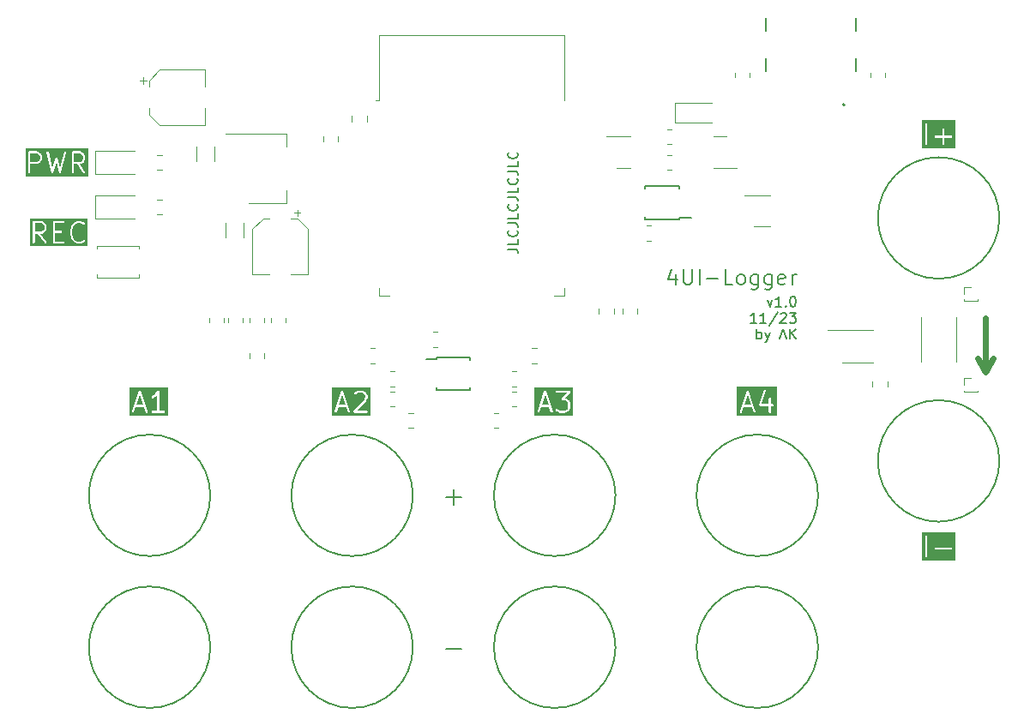
<source format=gbr>
%TF.GenerationSoftware,KiCad,Pcbnew,7.0.8*%
%TF.CreationDate,2023-11-19T15:37:24+01:00*%
%TF.ProjectId,Logger,4c6f6767-6572-42e6-9b69-6361645f7063,rev?*%
%TF.SameCoordinates,Original*%
%TF.FileFunction,Legend,Top*%
%TF.FilePolarity,Positive*%
%FSLAX46Y46*%
G04 Gerber Fmt 4.6, Leading zero omitted, Abs format (unit mm)*
G04 Created by KiCad (PCBNEW 7.0.8) date 2023-11-19 15:37:24*
%MOMM*%
%LPD*%
G01*
G04 APERTURE LIST*
%ADD10C,0.150000*%
%ADD11C,0.200000*%
%ADD12C,0.625000*%
%ADD13C,0.120000*%
G04 APERTURE END LIST*
D10*
X93600000Y-127700000D02*
G75*
G03*
X93600000Y-127700000I-6000000J0D01*
G01*
X73600000Y-127700000D02*
G75*
G03*
X73600000Y-127700000I-6000000J0D01*
G01*
X151500000Y-85300000D02*
G75*
G03*
X151500000Y-85300000I-6000000J0D01*
G01*
X151500000Y-109300000D02*
G75*
G03*
X151500000Y-109300000I-6000000J0D01*
G01*
X93600000Y-112700000D02*
G75*
G03*
X93600000Y-112700000I-6000000J0D01*
G01*
X113600000Y-127700000D02*
G75*
G03*
X113600000Y-127700000I-6000000J0D01*
G01*
X133600000Y-127700000D02*
G75*
G03*
X133600000Y-127700000I-6000000J0D01*
G01*
X113600000Y-112700000D02*
G75*
G03*
X113600000Y-112700000I-6000000J0D01*
G01*
X133600000Y-112700000D02*
G75*
G03*
X133600000Y-112700000I-6000000J0D01*
G01*
X73600000Y-112700000D02*
G75*
G03*
X73600000Y-112700000I-6000000J0D01*
G01*
D11*
G36*
X57064572Y-85892261D02*
G01*
X57136861Y-85964550D01*
X57214285Y-86119397D01*
X57214285Y-86357896D01*
X57136861Y-86512743D01*
X57064573Y-86585033D01*
X56909726Y-86662457D01*
X56271428Y-86662457D01*
X56271428Y-85814838D01*
X56909726Y-85814838D01*
X57064572Y-85892261D01*
G37*
G36*
X61508293Y-88100552D02*
G01*
X55785714Y-88100552D01*
X55785714Y-87714838D01*
X56071428Y-87714838D01*
X56090526Y-87773617D01*
X56140526Y-87809944D01*
X56202330Y-87809944D01*
X56252330Y-87773617D01*
X56271428Y-87714838D01*
X56271428Y-86862457D01*
X56595553Y-86862457D01*
X57232362Y-87772184D01*
X57281715Y-87809386D01*
X57343509Y-87810473D01*
X57394140Y-87775030D01*
X57414270Y-87716597D01*
X57413732Y-87714838D01*
X58071428Y-87714838D01*
X58076322Y-87729900D01*
X58076322Y-87745740D01*
X58085631Y-87758553D01*
X58090526Y-87773617D01*
X58103339Y-87782926D01*
X58112649Y-87795740D01*
X58127712Y-87800634D01*
X58140526Y-87809944D01*
X58156365Y-87809944D01*
X58171428Y-87814838D01*
X59123809Y-87814838D01*
X59182588Y-87795740D01*
X59218915Y-87745740D01*
X59218915Y-87683936D01*
X59182588Y-87633936D01*
X59123809Y-87614838D01*
X58271428Y-87614838D01*
X58271428Y-86857695D01*
X59785714Y-86857695D01*
X59789560Y-86869532D01*
X59788700Y-86881949D01*
X59883938Y-87262900D01*
X59889848Y-87272346D01*
X59891509Y-87283368D01*
X59986747Y-87473845D01*
X59998121Y-87485393D01*
X60005479Y-87499833D01*
X60195955Y-87690310D01*
X60216494Y-87700775D01*
X60235043Y-87714468D01*
X60520758Y-87809706D01*
X60536965Y-87809829D01*
X60552381Y-87814838D01*
X60742857Y-87814838D01*
X60758272Y-87809829D01*
X60774480Y-87809706D01*
X61060194Y-87714468D01*
X61078742Y-87700775D01*
X61099282Y-87690310D01*
X61194520Y-87595071D01*
X61222579Y-87540004D01*
X61212910Y-87478961D01*
X61169208Y-87435259D01*
X61108165Y-87425591D01*
X61053098Y-87453650D01*
X60974552Y-87532197D01*
X60726630Y-87614838D01*
X60568608Y-87614838D01*
X60320685Y-87532197D01*
X60158376Y-87369888D01*
X60075303Y-87203743D01*
X59985714Y-86845385D01*
X59985714Y-86584290D01*
X60075303Y-86225932D01*
X60158375Y-86059788D01*
X60320684Y-85897478D01*
X60568608Y-85814838D01*
X60726630Y-85814838D01*
X60974551Y-85897478D01*
X61053098Y-85976025D01*
X61108166Y-86004083D01*
X61169208Y-85994415D01*
X61212910Y-85950713D01*
X61222578Y-85889671D01*
X61194520Y-85834603D01*
X61099282Y-85739365D01*
X61078740Y-85728898D01*
X61060194Y-85715208D01*
X60774480Y-85619970D01*
X60758272Y-85619846D01*
X60742857Y-85614838D01*
X60552381Y-85614838D01*
X60536965Y-85619846D01*
X60520758Y-85619970D01*
X60235043Y-85715208D01*
X60216496Y-85728898D01*
X60195956Y-85739365D01*
X60005479Y-85929841D01*
X59998121Y-85944282D01*
X59986747Y-85955830D01*
X59891509Y-86146307D01*
X59889848Y-86157328D01*
X59883938Y-86166775D01*
X59788700Y-86547726D01*
X59789560Y-86560142D01*
X59785714Y-86571980D01*
X59785714Y-86857695D01*
X58271428Y-86857695D01*
X58271428Y-86767219D01*
X58838095Y-86767219D01*
X58896874Y-86748121D01*
X58933201Y-86698121D01*
X58933201Y-86636317D01*
X58896874Y-86586317D01*
X58838095Y-86567219D01*
X58271428Y-86567219D01*
X58271428Y-85814838D01*
X59123809Y-85814838D01*
X59182588Y-85795740D01*
X59218915Y-85745740D01*
X59218915Y-85683936D01*
X59182588Y-85633936D01*
X59123809Y-85614838D01*
X58171428Y-85614838D01*
X58156365Y-85619732D01*
X58140526Y-85619732D01*
X58127712Y-85629041D01*
X58112649Y-85633936D01*
X58103339Y-85646749D01*
X58090526Y-85656059D01*
X58085631Y-85671122D01*
X58076322Y-85683936D01*
X58076322Y-85699775D01*
X58071428Y-85714838D01*
X58071428Y-87714838D01*
X57413732Y-87714838D01*
X57396208Y-87657491D01*
X56839683Y-86862457D01*
X56933333Y-86862457D01*
X56955256Y-86855333D01*
X56978054Y-86851900D01*
X57168531Y-86756662D01*
X57180080Y-86745286D01*
X57194520Y-86737929D01*
X57289758Y-86642690D01*
X57297116Y-86628248D01*
X57308490Y-86616701D01*
X57403728Y-86426225D01*
X57407161Y-86403427D01*
X57414285Y-86381504D01*
X57414285Y-86095790D01*
X57407161Y-86073866D01*
X57403728Y-86051069D01*
X57308490Y-85860593D01*
X57297116Y-85849045D01*
X57289758Y-85834603D01*
X57194520Y-85739365D01*
X57180078Y-85732007D01*
X57168531Y-85720633D01*
X56978054Y-85625395D01*
X56955256Y-85621961D01*
X56933333Y-85614838D01*
X56171428Y-85614838D01*
X56156365Y-85619732D01*
X56140526Y-85619732D01*
X56127712Y-85629041D01*
X56112649Y-85633936D01*
X56103339Y-85646749D01*
X56090526Y-85656059D01*
X56085631Y-85671122D01*
X56076322Y-85683936D01*
X56076322Y-85699775D01*
X56071428Y-85714838D01*
X56071428Y-87714838D01*
X55785714Y-87714838D01*
X55785714Y-85329124D01*
X61508293Y-85329124D01*
X61508293Y-88100552D01*
G37*
D10*
X128601316Y-93393152D02*
X128839411Y-94059819D01*
X128839411Y-94059819D02*
X129077506Y-93393152D01*
X129982268Y-94059819D02*
X129410840Y-94059819D01*
X129696554Y-94059819D02*
X129696554Y-93059819D01*
X129696554Y-93059819D02*
X129601316Y-93202676D01*
X129601316Y-93202676D02*
X129506078Y-93297914D01*
X129506078Y-93297914D02*
X129410840Y-93345533D01*
X130410840Y-93964580D02*
X130458459Y-94012200D01*
X130458459Y-94012200D02*
X130410840Y-94059819D01*
X130410840Y-94059819D02*
X130363221Y-94012200D01*
X130363221Y-94012200D02*
X130410840Y-93964580D01*
X130410840Y-93964580D02*
X130410840Y-94059819D01*
X131077506Y-93059819D02*
X131172744Y-93059819D01*
X131172744Y-93059819D02*
X131267982Y-93107438D01*
X131267982Y-93107438D02*
X131315601Y-93155057D01*
X131315601Y-93155057D02*
X131363220Y-93250295D01*
X131363220Y-93250295D02*
X131410839Y-93440771D01*
X131410839Y-93440771D02*
X131410839Y-93678866D01*
X131410839Y-93678866D02*
X131363220Y-93869342D01*
X131363220Y-93869342D02*
X131315601Y-93964580D01*
X131315601Y-93964580D02*
X131267982Y-94012200D01*
X131267982Y-94012200D02*
X131172744Y-94059819D01*
X131172744Y-94059819D02*
X131077506Y-94059819D01*
X131077506Y-94059819D02*
X130982268Y-94012200D01*
X130982268Y-94012200D02*
X130934649Y-93964580D01*
X130934649Y-93964580D02*
X130887030Y-93869342D01*
X130887030Y-93869342D02*
X130839411Y-93678866D01*
X130839411Y-93678866D02*
X130839411Y-93440771D01*
X130839411Y-93440771D02*
X130887030Y-93250295D01*
X130887030Y-93250295D02*
X130934649Y-93155057D01*
X130934649Y-93155057D02*
X130982268Y-93107438D01*
X130982268Y-93107438D02*
X131077506Y-93059819D01*
X127506077Y-95669819D02*
X126934649Y-95669819D01*
X127220363Y-95669819D02*
X127220363Y-94669819D01*
X127220363Y-94669819D02*
X127125125Y-94812676D01*
X127125125Y-94812676D02*
X127029887Y-94907914D01*
X127029887Y-94907914D02*
X126934649Y-94955533D01*
X128458458Y-95669819D02*
X127887030Y-95669819D01*
X128172744Y-95669819D02*
X128172744Y-94669819D01*
X128172744Y-94669819D02*
X128077506Y-94812676D01*
X128077506Y-94812676D02*
X127982268Y-94907914D01*
X127982268Y-94907914D02*
X127887030Y-94955533D01*
X129601315Y-94622200D02*
X128744173Y-95907914D01*
X129887030Y-94765057D02*
X129934649Y-94717438D01*
X129934649Y-94717438D02*
X130029887Y-94669819D01*
X130029887Y-94669819D02*
X130267982Y-94669819D01*
X130267982Y-94669819D02*
X130363220Y-94717438D01*
X130363220Y-94717438D02*
X130410839Y-94765057D01*
X130410839Y-94765057D02*
X130458458Y-94860295D01*
X130458458Y-94860295D02*
X130458458Y-94955533D01*
X130458458Y-94955533D02*
X130410839Y-95098390D01*
X130410839Y-95098390D02*
X129839411Y-95669819D01*
X129839411Y-95669819D02*
X130458458Y-95669819D01*
X130791792Y-94669819D02*
X131410839Y-94669819D01*
X131410839Y-94669819D02*
X131077506Y-95050771D01*
X131077506Y-95050771D02*
X131220363Y-95050771D01*
X131220363Y-95050771D02*
X131315601Y-95098390D01*
X131315601Y-95098390D02*
X131363220Y-95146009D01*
X131363220Y-95146009D02*
X131410839Y-95241247D01*
X131410839Y-95241247D02*
X131410839Y-95479342D01*
X131410839Y-95479342D02*
X131363220Y-95574580D01*
X131363220Y-95574580D02*
X131315601Y-95622200D01*
X131315601Y-95622200D02*
X131220363Y-95669819D01*
X131220363Y-95669819D02*
X130934649Y-95669819D01*
X130934649Y-95669819D02*
X130839411Y-95622200D01*
X130839411Y-95622200D02*
X130791792Y-95574580D01*
D12*
X150097374Y-95172501D02*
X150097374Y-100505834D01*
X150859279Y-99172501D02*
X150097374Y-100505834D01*
X150097374Y-100505834D02*
X149335469Y-99172501D01*
D10*
X127553696Y-97254819D02*
X127553696Y-96254819D01*
X127553696Y-96635771D02*
X127648934Y-96588152D01*
X127648934Y-96588152D02*
X127839410Y-96588152D01*
X127839410Y-96588152D02*
X127934648Y-96635771D01*
X127934648Y-96635771D02*
X127982267Y-96683390D01*
X127982267Y-96683390D02*
X128029886Y-96778628D01*
X128029886Y-96778628D02*
X128029886Y-97064342D01*
X128029886Y-97064342D02*
X127982267Y-97159580D01*
X127982267Y-97159580D02*
X127934648Y-97207200D01*
X127934648Y-97207200D02*
X127839410Y-97254819D01*
X127839410Y-97254819D02*
X127648934Y-97254819D01*
X127648934Y-97254819D02*
X127553696Y-97207200D01*
X128363220Y-96588152D02*
X128601315Y-97254819D01*
X128839410Y-96588152D02*
X128601315Y-97254819D01*
X128601315Y-97254819D02*
X128506077Y-97492914D01*
X128506077Y-97492914D02*
X128458458Y-97540533D01*
X128458458Y-97540533D02*
X128363220Y-97588152D01*
X129839411Y-97254819D02*
X130172744Y-96254819D01*
X130172744Y-96254819D02*
X130506077Y-97254819D01*
X130839411Y-97254819D02*
X130839411Y-96254819D01*
X131410839Y-97254819D02*
X130982268Y-96683390D01*
X131410839Y-96254819D02*
X130839411Y-96826247D01*
D11*
G36*
X106985066Y-103773409D02*
G01*
X106310170Y-103773409D01*
X106647618Y-102761065D01*
X106985066Y-103773409D01*
G37*
G36*
X109414285Y-104830552D02*
G01*
X105599900Y-104830552D01*
X105599900Y-104475017D01*
X105885614Y-104475017D01*
X105921561Y-104525291D01*
X105980193Y-104544836D01*
X106039115Y-104526184D01*
X106075820Y-104476461D01*
X106243504Y-103973409D01*
X107051733Y-103973409D01*
X107219417Y-104476461D01*
X107256122Y-104526184D01*
X107315044Y-104544835D01*
X107373676Y-104525291D01*
X107409623Y-104475017D01*
X107409153Y-104413215D01*
X107361416Y-104270004D01*
X107691707Y-104270004D01*
X107719765Y-104325071D01*
X107815003Y-104420311D01*
X107829446Y-104427670D01*
X107840993Y-104439043D01*
X108031469Y-104534281D01*
X108054266Y-104537714D01*
X108076190Y-104544838D01*
X108647619Y-104544838D01*
X108669542Y-104537714D01*
X108692340Y-104534281D01*
X108882817Y-104439043D01*
X108894366Y-104427667D01*
X108908806Y-104420310D01*
X109004044Y-104325071D01*
X109011402Y-104310629D01*
X109022776Y-104299082D01*
X109118014Y-104108606D01*
X109121447Y-104085808D01*
X109128571Y-104063885D01*
X109128571Y-103587695D01*
X109121447Y-103565771D01*
X109118014Y-103542974D01*
X109022776Y-103352498D01*
X109011402Y-103340950D01*
X109004044Y-103326509D01*
X108908806Y-103231270D01*
X108894366Y-103223912D01*
X108882817Y-103212537D01*
X108692340Y-103117299D01*
X108669542Y-103113865D01*
X108647619Y-103106742D01*
X108582282Y-103106742D01*
X109103828Y-102510689D01*
X109111789Y-102492102D01*
X109123677Y-102475740D01*
X109123677Y-102464348D01*
X109128162Y-102453877D01*
X109123677Y-102434158D01*
X109123677Y-102413936D01*
X109116981Y-102404720D01*
X109114455Y-102393613D01*
X109099237Y-102380298D01*
X109087350Y-102363936D01*
X109076513Y-102360415D01*
X109067942Y-102352915D01*
X109047804Y-102351087D01*
X109028571Y-102344838D01*
X107790476Y-102344838D01*
X107731697Y-102363936D01*
X107695370Y-102413936D01*
X107695370Y-102475740D01*
X107731697Y-102525740D01*
X107790476Y-102544838D01*
X108808194Y-102544838D01*
X108286646Y-103140891D01*
X108278684Y-103159480D01*
X108266798Y-103175840D01*
X108266798Y-103187231D01*
X108262313Y-103197703D01*
X108266798Y-103217421D01*
X108266798Y-103237644D01*
X108273493Y-103246859D01*
X108276020Y-103257967D01*
X108291238Y-103271283D01*
X108303125Y-103287644D01*
X108313958Y-103291163D01*
X108322532Y-103298666D01*
X108342674Y-103300493D01*
X108361904Y-103306742D01*
X108624012Y-103306742D01*
X108778859Y-103384165D01*
X108851147Y-103456455D01*
X108928571Y-103611302D01*
X108928571Y-104040277D01*
X108851147Y-104195124D01*
X108778859Y-104267414D01*
X108624012Y-104344838D01*
X108099798Y-104344838D01*
X107944949Y-104267414D01*
X107861187Y-104183651D01*
X107806120Y-104155592D01*
X107745077Y-104165260D01*
X107701375Y-104208961D01*
X107691707Y-104270004D01*
X107361416Y-104270004D01*
X106742486Y-102413215D01*
X106724575Y-102388951D01*
X106707009Y-102364384D01*
X106706253Y-102364132D01*
X106705781Y-102363492D01*
X106677015Y-102354386D01*
X106648377Y-102344840D01*
X106647618Y-102345080D01*
X106646859Y-102344840D01*
X106618249Y-102354376D01*
X106589455Y-102363492D01*
X106588981Y-102364133D01*
X106588227Y-102364385D01*
X106570672Y-102388936D01*
X106552750Y-102413215D01*
X105886084Y-104413215D01*
X105885614Y-104475017D01*
X105599900Y-104475017D01*
X105599900Y-102059124D01*
X109414285Y-102059124D01*
X109414285Y-104830552D01*
G37*
G36*
X66985066Y-103773409D02*
G01*
X66310170Y-103773409D01*
X66647618Y-102761065D01*
X66985066Y-103773409D01*
G37*
G36*
X69409391Y-104830552D02*
G01*
X65599900Y-104830552D01*
X65599900Y-104475017D01*
X65885614Y-104475017D01*
X65921561Y-104525291D01*
X65980193Y-104544836D01*
X66039115Y-104526184D01*
X66075820Y-104476461D01*
X66243504Y-103973409D01*
X67051733Y-103973409D01*
X67219417Y-104476461D01*
X67256122Y-104526184D01*
X67315044Y-104544835D01*
X67373676Y-104525291D01*
X67409623Y-104475017D01*
X67409153Y-104413215D01*
X66948467Y-103031159D01*
X67786829Y-103031159D01*
X67814468Y-103086438D01*
X67869321Y-103114914D01*
X67930435Y-103105709D01*
X68120912Y-103010471D01*
X68132459Y-102999096D01*
X68146901Y-102991739D01*
X68337377Y-102801262D01*
X68341956Y-102792274D01*
X68349871Y-102786022D01*
X68357142Y-102775115D01*
X68357142Y-104344838D01*
X67885714Y-104344838D01*
X67826935Y-104363936D01*
X67790608Y-104413936D01*
X67790608Y-104475740D01*
X67826935Y-104525740D01*
X67885714Y-104544838D01*
X69028571Y-104544838D01*
X69087350Y-104525740D01*
X69123677Y-104475740D01*
X69123677Y-104413936D01*
X69087350Y-104363936D01*
X69028571Y-104344838D01*
X68557142Y-104344838D01*
X68557142Y-102444838D01*
X68556491Y-102442835D01*
X68557061Y-102440808D01*
X68547002Y-102413630D01*
X68538044Y-102386059D01*
X68536339Y-102384820D01*
X68535609Y-102382847D01*
X68511507Y-102366779D01*
X68488044Y-102349732D01*
X68485937Y-102349732D01*
X68484185Y-102348564D01*
X68455230Y-102349732D01*
X68426240Y-102349732D01*
X68424535Y-102350970D01*
X68422432Y-102351055D01*
X68399697Y-102369016D01*
X68376240Y-102386059D01*
X68375588Y-102388062D01*
X68373937Y-102389368D01*
X68188953Y-102666843D01*
X68016953Y-102838842D01*
X67840993Y-102926823D01*
X67796960Y-102970192D01*
X67786829Y-103031159D01*
X66948467Y-103031159D01*
X66742486Y-102413215D01*
X66724575Y-102388951D01*
X66707009Y-102364384D01*
X66706253Y-102364132D01*
X66705781Y-102363492D01*
X66677015Y-102354386D01*
X66648377Y-102344840D01*
X66647618Y-102345080D01*
X66646859Y-102344840D01*
X66618249Y-102354376D01*
X66589455Y-102363492D01*
X66588981Y-102364133D01*
X66588227Y-102364385D01*
X66570672Y-102388936D01*
X66552750Y-102413215D01*
X65886084Y-104413215D01*
X65885614Y-104475017D01*
X65599900Y-104475017D01*
X65599900Y-102059126D01*
X69409391Y-102059126D01*
X69409391Y-104830552D01*
G37*
D10*
X96838095Y-112855533D02*
X98361905Y-112855533D01*
X97600000Y-113617438D02*
X97600000Y-112093628D01*
D11*
G36*
X126985066Y-103773409D02*
G01*
X126310170Y-103773409D01*
X126647618Y-102761065D01*
X126985066Y-103773409D01*
G37*
G36*
X129504629Y-104830550D02*
G01*
X125599900Y-104830550D01*
X125599900Y-104475017D01*
X125885614Y-104475017D01*
X125921561Y-104525291D01*
X125980193Y-104544836D01*
X126039115Y-104526184D01*
X126075820Y-104476461D01*
X126243504Y-103973409D01*
X127051733Y-103973409D01*
X127219417Y-104476461D01*
X127256122Y-104526184D01*
X127315044Y-104544835D01*
X127373676Y-104525291D01*
X127409623Y-104475017D01*
X127409153Y-104413215D01*
X127207531Y-103808350D01*
X127790376Y-103808350D01*
X127790608Y-103808674D01*
X127790608Y-103809073D01*
X127808582Y-103833812D01*
X127826323Y-103858624D01*
X127826700Y-103858749D01*
X127826935Y-103859073D01*
X127855967Y-103868506D01*
X127884955Y-103878169D01*
X127885336Y-103878048D01*
X127885714Y-103878171D01*
X128738095Y-103878171D01*
X128738095Y-104444838D01*
X128757193Y-104503617D01*
X128807193Y-104539944D01*
X128868997Y-104539944D01*
X128918997Y-104503617D01*
X128938095Y-104444838D01*
X128938095Y-103878171D01*
X129123809Y-103878171D01*
X129182588Y-103859073D01*
X129218915Y-103809073D01*
X129218915Y-103747269D01*
X129182588Y-103697269D01*
X129123809Y-103678171D01*
X128938095Y-103678171D01*
X128938095Y-103111504D01*
X128918997Y-103052725D01*
X128868997Y-103016398D01*
X128807193Y-103016398D01*
X128757193Y-103052725D01*
X128738095Y-103111504D01*
X128738095Y-103678171D01*
X128024456Y-103678171D01*
X128456772Y-102381223D01*
X128457242Y-102319421D01*
X128421295Y-102269147D01*
X128362663Y-102249602D01*
X128303741Y-102268254D01*
X128267036Y-102317977D01*
X127790846Y-103746548D01*
X127790842Y-103746945D01*
X127790608Y-103747269D01*
X127790608Y-103777843D01*
X127790376Y-103808350D01*
X127207531Y-103808350D01*
X126742486Y-102413215D01*
X126724575Y-102388951D01*
X126707009Y-102364384D01*
X126706253Y-102364132D01*
X126705781Y-102363492D01*
X126677015Y-102354386D01*
X126648377Y-102344840D01*
X126647618Y-102345080D01*
X126646859Y-102344840D01*
X126618249Y-102354376D01*
X126589455Y-102363492D01*
X126588981Y-102364133D01*
X126588227Y-102364385D01*
X126570672Y-102388936D01*
X126552750Y-102413215D01*
X125886084Y-104413215D01*
X125885614Y-104475017D01*
X125599900Y-104475017D01*
X125599900Y-101963888D01*
X129504629Y-101963888D01*
X129504629Y-104830550D01*
G37*
G36*
X147118916Y-119105658D02*
G01*
X143876191Y-119105658D01*
X143876191Y-118724838D01*
X144161905Y-118724838D01*
X144181003Y-118783617D01*
X144231003Y-118819944D01*
X144292807Y-118819944D01*
X144342807Y-118783617D01*
X144361905Y-118724838D01*
X144361905Y-117993835D01*
X145119180Y-117993835D01*
X145155507Y-118043835D01*
X145214286Y-118062933D01*
X146738096Y-118062933D01*
X146796875Y-118043835D01*
X146833202Y-117993835D01*
X146833202Y-117932031D01*
X146796875Y-117882031D01*
X146738096Y-117862933D01*
X145214286Y-117862933D01*
X145155507Y-117882031D01*
X145119180Y-117932031D01*
X145119180Y-117993835D01*
X144361905Y-117993835D01*
X144361905Y-116724838D01*
X144342807Y-116666059D01*
X144292807Y-116629732D01*
X144231003Y-116629732D01*
X144181003Y-116666059D01*
X144161905Y-116724838D01*
X144161905Y-118724838D01*
X143876191Y-118724838D01*
X143876191Y-116344018D01*
X147118916Y-116344018D01*
X147118916Y-119105658D01*
G37*
D10*
X119529887Y-90886128D02*
X119529887Y-91886128D01*
X119172744Y-90314700D02*
X118815601Y-91386128D01*
X118815601Y-91386128D02*
X119744172Y-91386128D01*
X120315600Y-90386128D02*
X120315600Y-91600414D01*
X120315600Y-91600414D02*
X120387029Y-91743271D01*
X120387029Y-91743271D02*
X120458458Y-91814700D01*
X120458458Y-91814700D02*
X120601315Y-91886128D01*
X120601315Y-91886128D02*
X120887029Y-91886128D01*
X120887029Y-91886128D02*
X121029886Y-91814700D01*
X121029886Y-91814700D02*
X121101315Y-91743271D01*
X121101315Y-91743271D02*
X121172743Y-91600414D01*
X121172743Y-91600414D02*
X121172743Y-90386128D01*
X121887029Y-91886128D02*
X121887029Y-90386128D01*
X122601315Y-91314700D02*
X123744173Y-91314700D01*
X125172744Y-91886128D02*
X124458458Y-91886128D01*
X124458458Y-91886128D02*
X124458458Y-90386128D01*
X125887030Y-91886128D02*
X125744173Y-91814700D01*
X125744173Y-91814700D02*
X125672744Y-91743271D01*
X125672744Y-91743271D02*
X125601316Y-91600414D01*
X125601316Y-91600414D02*
X125601316Y-91171842D01*
X125601316Y-91171842D02*
X125672744Y-91028985D01*
X125672744Y-91028985D02*
X125744173Y-90957557D01*
X125744173Y-90957557D02*
X125887030Y-90886128D01*
X125887030Y-90886128D02*
X126101316Y-90886128D01*
X126101316Y-90886128D02*
X126244173Y-90957557D01*
X126244173Y-90957557D02*
X126315602Y-91028985D01*
X126315602Y-91028985D02*
X126387030Y-91171842D01*
X126387030Y-91171842D02*
X126387030Y-91600414D01*
X126387030Y-91600414D02*
X126315602Y-91743271D01*
X126315602Y-91743271D02*
X126244173Y-91814700D01*
X126244173Y-91814700D02*
X126101316Y-91886128D01*
X126101316Y-91886128D02*
X125887030Y-91886128D01*
X127672745Y-90886128D02*
X127672745Y-92100414D01*
X127672745Y-92100414D02*
X127601316Y-92243271D01*
X127601316Y-92243271D02*
X127529887Y-92314700D01*
X127529887Y-92314700D02*
X127387030Y-92386128D01*
X127387030Y-92386128D02*
X127172745Y-92386128D01*
X127172745Y-92386128D02*
X127029887Y-92314700D01*
X127672745Y-91814700D02*
X127529887Y-91886128D01*
X127529887Y-91886128D02*
X127244173Y-91886128D01*
X127244173Y-91886128D02*
X127101316Y-91814700D01*
X127101316Y-91814700D02*
X127029887Y-91743271D01*
X127029887Y-91743271D02*
X126958459Y-91600414D01*
X126958459Y-91600414D02*
X126958459Y-91171842D01*
X126958459Y-91171842D02*
X127029887Y-91028985D01*
X127029887Y-91028985D02*
X127101316Y-90957557D01*
X127101316Y-90957557D02*
X127244173Y-90886128D01*
X127244173Y-90886128D02*
X127529887Y-90886128D01*
X127529887Y-90886128D02*
X127672745Y-90957557D01*
X129029888Y-90886128D02*
X129029888Y-92100414D01*
X129029888Y-92100414D02*
X128958459Y-92243271D01*
X128958459Y-92243271D02*
X128887030Y-92314700D01*
X128887030Y-92314700D02*
X128744173Y-92386128D01*
X128744173Y-92386128D02*
X128529888Y-92386128D01*
X128529888Y-92386128D02*
X128387030Y-92314700D01*
X129029888Y-91814700D02*
X128887030Y-91886128D01*
X128887030Y-91886128D02*
X128601316Y-91886128D01*
X128601316Y-91886128D02*
X128458459Y-91814700D01*
X128458459Y-91814700D02*
X128387030Y-91743271D01*
X128387030Y-91743271D02*
X128315602Y-91600414D01*
X128315602Y-91600414D02*
X128315602Y-91171842D01*
X128315602Y-91171842D02*
X128387030Y-91028985D01*
X128387030Y-91028985D02*
X128458459Y-90957557D01*
X128458459Y-90957557D02*
X128601316Y-90886128D01*
X128601316Y-90886128D02*
X128887030Y-90886128D01*
X128887030Y-90886128D02*
X129029888Y-90957557D01*
X130315602Y-91814700D02*
X130172745Y-91886128D01*
X130172745Y-91886128D02*
X129887031Y-91886128D01*
X129887031Y-91886128D02*
X129744173Y-91814700D01*
X129744173Y-91814700D02*
X129672745Y-91671842D01*
X129672745Y-91671842D02*
X129672745Y-91100414D01*
X129672745Y-91100414D02*
X129744173Y-90957557D01*
X129744173Y-90957557D02*
X129887031Y-90886128D01*
X129887031Y-90886128D02*
X130172745Y-90886128D01*
X130172745Y-90886128D02*
X130315602Y-90957557D01*
X130315602Y-90957557D02*
X130387031Y-91100414D01*
X130387031Y-91100414D02*
X130387031Y-91243271D01*
X130387031Y-91243271D02*
X129672745Y-91386128D01*
X131029887Y-91886128D02*
X131029887Y-90886128D01*
X131029887Y-91171842D02*
X131101316Y-91028985D01*
X131101316Y-91028985D02*
X131172745Y-90957557D01*
X131172745Y-90957557D02*
X131315602Y-90886128D01*
X131315602Y-90886128D02*
X131458459Y-90886128D01*
D11*
G36*
X60912191Y-78992261D02*
G01*
X60984480Y-79064550D01*
X61061904Y-79219397D01*
X61061904Y-79457896D01*
X60984480Y-79612743D01*
X60912192Y-79685033D01*
X60757345Y-79762457D01*
X60119047Y-79762457D01*
X60119047Y-78914838D01*
X60757345Y-78914838D01*
X60912191Y-78992261D01*
G37*
G36*
X56626477Y-78992261D02*
G01*
X56698766Y-79064550D01*
X56776190Y-79219397D01*
X56776190Y-79457896D01*
X56698766Y-79612743D01*
X56626478Y-79685033D01*
X56471631Y-79762457D01*
X55833333Y-79762457D01*
X55833333Y-78914838D01*
X56471631Y-78914838D01*
X56626477Y-78992261D01*
G37*
G36*
X61547618Y-81200409D02*
G01*
X55347619Y-81200409D01*
X55347619Y-80814838D01*
X55633333Y-80814838D01*
X55652431Y-80873617D01*
X55702431Y-80909944D01*
X55764235Y-80909944D01*
X55814235Y-80873617D01*
X55833333Y-80814838D01*
X55833333Y-79962457D01*
X56495238Y-79962457D01*
X56517161Y-79955333D01*
X56539959Y-79951900D01*
X56730436Y-79856662D01*
X56741985Y-79845286D01*
X56756425Y-79837929D01*
X56851663Y-79742690D01*
X56859021Y-79728248D01*
X56870395Y-79716701D01*
X56965633Y-79526225D01*
X56969066Y-79503427D01*
X56976190Y-79481504D01*
X56976190Y-79195790D01*
X56969066Y-79173866D01*
X56965633Y-79151069D01*
X56870395Y-78960593D01*
X56859021Y-78949045D01*
X56851663Y-78934603D01*
X56756425Y-78839365D01*
X56753746Y-78838000D01*
X57445576Y-78838000D01*
X57921766Y-80838000D01*
X57925361Y-80843892D01*
X57925731Y-80850787D01*
X57941186Y-80869826D01*
X57953959Y-80890757D01*
X57960332Y-80893411D01*
X57964683Y-80898770D01*
X57988375Y-80905088D01*
X58011014Y-80914515D01*
X58017729Y-80912916D01*
X58024400Y-80914695D01*
X58047284Y-80905879D01*
X58071137Y-80900200D01*
X58075629Y-80894959D01*
X58082072Y-80892478D01*
X58095401Y-80871897D01*
X58111363Y-80853280D01*
X58111917Y-80846397D01*
X58115670Y-80840604D01*
X58399999Y-79774371D01*
X58684328Y-80840604D01*
X58688081Y-80846398D01*
X58688636Y-80853280D01*
X58704597Y-80871897D01*
X58717927Y-80892477D01*
X58724368Y-80894958D01*
X58728862Y-80900200D01*
X58752716Y-80905879D01*
X58775599Y-80914695D01*
X58782269Y-80912916D01*
X58788985Y-80914515D01*
X58811623Y-80905088D01*
X58835316Y-80898770D01*
X58839666Y-80893411D01*
X58846040Y-80890757D01*
X58858814Y-80869823D01*
X58874267Y-80850787D01*
X58874636Y-80843893D01*
X58878233Y-80838000D01*
X58883748Y-80814838D01*
X59919047Y-80814838D01*
X59938145Y-80873617D01*
X59988145Y-80909944D01*
X60049949Y-80909944D01*
X60099949Y-80873617D01*
X60119047Y-80814838D01*
X60119047Y-79962457D01*
X60443172Y-79962457D01*
X61079981Y-80872184D01*
X61129334Y-80909386D01*
X61191128Y-80910473D01*
X61241759Y-80875030D01*
X61261889Y-80816597D01*
X61243827Y-80757491D01*
X60687302Y-79962457D01*
X60780952Y-79962457D01*
X60802875Y-79955333D01*
X60825673Y-79951900D01*
X61016150Y-79856662D01*
X61027699Y-79845286D01*
X61042139Y-79837929D01*
X61137377Y-79742690D01*
X61144735Y-79728248D01*
X61156109Y-79716701D01*
X61251347Y-79526225D01*
X61254780Y-79503427D01*
X61261904Y-79481504D01*
X61261904Y-79195790D01*
X61254780Y-79173866D01*
X61251347Y-79151069D01*
X61156109Y-78960593D01*
X61144735Y-78949045D01*
X61137377Y-78934603D01*
X61042139Y-78839365D01*
X61027697Y-78832007D01*
X61016150Y-78820633D01*
X60825673Y-78725395D01*
X60802875Y-78721961D01*
X60780952Y-78714838D01*
X60019047Y-78714838D01*
X60003984Y-78719732D01*
X59988145Y-78719732D01*
X59975331Y-78729041D01*
X59960268Y-78733936D01*
X59950958Y-78746749D01*
X59938145Y-78756059D01*
X59933250Y-78771122D01*
X59923941Y-78783936D01*
X59923941Y-78799775D01*
X59919047Y-78814838D01*
X59919047Y-80814838D01*
X58883748Y-80814838D01*
X59354424Y-78838000D01*
X59349459Y-78776396D01*
X59309233Y-78729476D01*
X59249110Y-78715161D01*
X59192055Y-78738919D01*
X59159862Y-78791676D01*
X58775463Y-80406149D01*
X58496624Y-79360500D01*
X58493612Y-79355850D01*
X58493316Y-79350317D01*
X58477049Y-79330278D01*
X58463025Y-79308626D01*
X58457856Y-79306634D01*
X58454364Y-79302333D01*
X58429429Y-79295684D01*
X58405353Y-79286409D01*
X58400000Y-79287836D01*
X58394647Y-79286409D01*
X58370565Y-79295685D01*
X58345636Y-79302334D01*
X58342145Y-79306634D01*
X58336975Y-79308626D01*
X58322947Y-79330283D01*
X58306685Y-79350317D01*
X58306388Y-79355849D01*
X58303377Y-79360499D01*
X58024536Y-80406150D01*
X57640138Y-78791676D01*
X57607945Y-78738919D01*
X57550890Y-78715161D01*
X57490767Y-78729476D01*
X57450541Y-78776396D01*
X57445576Y-78838000D01*
X56753746Y-78838000D01*
X56741983Y-78832007D01*
X56730436Y-78820633D01*
X56539959Y-78725395D01*
X56517161Y-78721961D01*
X56495238Y-78714838D01*
X55733333Y-78714838D01*
X55718270Y-78719732D01*
X55702431Y-78719732D01*
X55689617Y-78729041D01*
X55674554Y-78733936D01*
X55665244Y-78746749D01*
X55652431Y-78756059D01*
X55647536Y-78771122D01*
X55638227Y-78783936D01*
X55638227Y-78799775D01*
X55633333Y-78814838D01*
X55633333Y-80814838D01*
X55347619Y-80814838D01*
X55347619Y-78429124D01*
X61547618Y-78429124D01*
X61547618Y-81200409D01*
G37*
G36*
X86985066Y-103773409D02*
G01*
X86310170Y-103773409D01*
X86647618Y-102761065D01*
X86985066Y-103773409D01*
G37*
G36*
X89414285Y-104830552D02*
G01*
X85599900Y-104830552D01*
X85599900Y-104475017D01*
X85885614Y-104475017D01*
X85921561Y-104525291D01*
X85980193Y-104544836D01*
X86039115Y-104526184D01*
X86075820Y-104476461D01*
X86243504Y-103973409D01*
X87051733Y-103973409D01*
X87219417Y-104476461D01*
X87256122Y-104526184D01*
X87315044Y-104544835D01*
X87373676Y-104525291D01*
X87409623Y-104475017D01*
X87409275Y-104429195D01*
X87691707Y-104429195D01*
X87695370Y-104452322D01*
X87695370Y-104475740D01*
X87700112Y-104482267D01*
X87701375Y-104490237D01*
X87717931Y-104506793D01*
X87731697Y-104525740D01*
X87739371Y-104528233D01*
X87745077Y-104533939D01*
X87768206Y-104537602D01*
X87790476Y-104544838D01*
X89028571Y-104544838D01*
X89087350Y-104525740D01*
X89123677Y-104475740D01*
X89123677Y-104413936D01*
X89087350Y-104363936D01*
X89028571Y-104344838D01*
X88031898Y-104344838D01*
X89004044Y-103372690D01*
X89014510Y-103352149D01*
X89028201Y-103333603D01*
X89123439Y-103047889D01*
X89123562Y-103031681D01*
X89128571Y-103016266D01*
X89128571Y-102825790D01*
X89121447Y-102803866D01*
X89118014Y-102781069D01*
X89022776Y-102590593D01*
X89011402Y-102579045D01*
X89004044Y-102564603D01*
X88908806Y-102469365D01*
X88894364Y-102462007D01*
X88882817Y-102450633D01*
X88692340Y-102355395D01*
X88669542Y-102351961D01*
X88647619Y-102344838D01*
X88171428Y-102344838D01*
X88149504Y-102351961D01*
X88126707Y-102355395D01*
X87936231Y-102450633D01*
X87924683Y-102462006D01*
X87910241Y-102469365D01*
X87815003Y-102564603D01*
X87786945Y-102619671D01*
X87796613Y-102680713D01*
X87840315Y-102724415D01*
X87901357Y-102734083D01*
X87956425Y-102706025D01*
X88040188Y-102622261D01*
X88195036Y-102544838D01*
X88624012Y-102544838D01*
X88778858Y-102622261D01*
X88851147Y-102694550D01*
X88928571Y-102849397D01*
X88928571Y-103000039D01*
X88845930Y-103247962D01*
X87719765Y-104374127D01*
X87709134Y-104394990D01*
X87695370Y-104413936D01*
X87695370Y-104422005D01*
X87691707Y-104429195D01*
X87409275Y-104429195D01*
X87409153Y-104413215D01*
X86742486Y-102413215D01*
X86724575Y-102388951D01*
X86707009Y-102364384D01*
X86706253Y-102364132D01*
X86705781Y-102363492D01*
X86677015Y-102354386D01*
X86648377Y-102344840D01*
X86647618Y-102345080D01*
X86646859Y-102344840D01*
X86618249Y-102354376D01*
X86589455Y-102363492D01*
X86588981Y-102364133D01*
X86588227Y-102364385D01*
X86570672Y-102388936D01*
X86552750Y-102413215D01*
X85886084Y-104413215D01*
X85885614Y-104475017D01*
X85599900Y-104475017D01*
X85599900Y-102059124D01*
X89414285Y-102059124D01*
X89414285Y-104830552D01*
G37*
G36*
X147118916Y-78405658D02*
G01*
X143876191Y-78405658D01*
X143876191Y-78024838D01*
X144161905Y-78024838D01*
X144181003Y-78083617D01*
X144231003Y-78119944D01*
X144292807Y-78119944D01*
X144342807Y-78083617D01*
X144361905Y-78024838D01*
X144361905Y-77293835D01*
X145119180Y-77293835D01*
X145155507Y-77343835D01*
X145214286Y-77362933D01*
X145876191Y-77362933D01*
X145876191Y-78024838D01*
X145895289Y-78083617D01*
X145945289Y-78119944D01*
X146007093Y-78119944D01*
X146057093Y-78083617D01*
X146076191Y-78024838D01*
X146076191Y-77362933D01*
X146738096Y-77362933D01*
X146796875Y-77343835D01*
X146833202Y-77293835D01*
X146833202Y-77232031D01*
X146796875Y-77182031D01*
X146738096Y-77162933D01*
X146076191Y-77162933D01*
X146076191Y-76501028D01*
X146057093Y-76442249D01*
X146007093Y-76405922D01*
X145945289Y-76405922D01*
X145895289Y-76442249D01*
X145876191Y-76501028D01*
X145876191Y-77162933D01*
X145214286Y-77162933D01*
X145155507Y-77182031D01*
X145119180Y-77232031D01*
X145119180Y-77293835D01*
X144361905Y-77293835D01*
X144361905Y-76024838D01*
X144342807Y-75966059D01*
X144292807Y-75929732D01*
X144231003Y-75929732D01*
X144181003Y-75966059D01*
X144161905Y-76024838D01*
X144161905Y-78024838D01*
X143876191Y-78024838D01*
X143876191Y-75644018D01*
X147118916Y-75644018D01*
X147118916Y-78405658D01*
G37*
D10*
X96838095Y-127855533D02*
X98361905Y-127855533D01*
X102969819Y-88377506D02*
X103684104Y-88377506D01*
X103684104Y-88377506D02*
X103826961Y-88425125D01*
X103826961Y-88425125D02*
X103922200Y-88520363D01*
X103922200Y-88520363D02*
X103969819Y-88663220D01*
X103969819Y-88663220D02*
X103969819Y-88758458D01*
X103969819Y-87425125D02*
X103969819Y-87901315D01*
X103969819Y-87901315D02*
X102969819Y-87901315D01*
X103874580Y-86520363D02*
X103922200Y-86567982D01*
X103922200Y-86567982D02*
X103969819Y-86710839D01*
X103969819Y-86710839D02*
X103969819Y-86806077D01*
X103969819Y-86806077D02*
X103922200Y-86948934D01*
X103922200Y-86948934D02*
X103826961Y-87044172D01*
X103826961Y-87044172D02*
X103731723Y-87091791D01*
X103731723Y-87091791D02*
X103541247Y-87139410D01*
X103541247Y-87139410D02*
X103398390Y-87139410D01*
X103398390Y-87139410D02*
X103207914Y-87091791D01*
X103207914Y-87091791D02*
X103112676Y-87044172D01*
X103112676Y-87044172D02*
X103017438Y-86948934D01*
X103017438Y-86948934D02*
X102969819Y-86806077D01*
X102969819Y-86806077D02*
X102969819Y-86710839D01*
X102969819Y-86710839D02*
X103017438Y-86567982D01*
X103017438Y-86567982D02*
X103065057Y-86520363D01*
X102969819Y-85806077D02*
X103684104Y-85806077D01*
X103684104Y-85806077D02*
X103826961Y-85853696D01*
X103826961Y-85853696D02*
X103922200Y-85948934D01*
X103922200Y-85948934D02*
X103969819Y-86091791D01*
X103969819Y-86091791D02*
X103969819Y-86187029D01*
X103969819Y-84853696D02*
X103969819Y-85329886D01*
X103969819Y-85329886D02*
X102969819Y-85329886D01*
X103874580Y-83948934D02*
X103922200Y-83996553D01*
X103922200Y-83996553D02*
X103969819Y-84139410D01*
X103969819Y-84139410D02*
X103969819Y-84234648D01*
X103969819Y-84234648D02*
X103922200Y-84377505D01*
X103922200Y-84377505D02*
X103826961Y-84472743D01*
X103826961Y-84472743D02*
X103731723Y-84520362D01*
X103731723Y-84520362D02*
X103541247Y-84567981D01*
X103541247Y-84567981D02*
X103398390Y-84567981D01*
X103398390Y-84567981D02*
X103207914Y-84520362D01*
X103207914Y-84520362D02*
X103112676Y-84472743D01*
X103112676Y-84472743D02*
X103017438Y-84377505D01*
X103017438Y-84377505D02*
X102969819Y-84234648D01*
X102969819Y-84234648D02*
X102969819Y-84139410D01*
X102969819Y-84139410D02*
X103017438Y-83996553D01*
X103017438Y-83996553D02*
X103065057Y-83948934D01*
X102969819Y-83234648D02*
X103684104Y-83234648D01*
X103684104Y-83234648D02*
X103826961Y-83282267D01*
X103826961Y-83282267D02*
X103922200Y-83377505D01*
X103922200Y-83377505D02*
X103969819Y-83520362D01*
X103969819Y-83520362D02*
X103969819Y-83615600D01*
X103969819Y-82282267D02*
X103969819Y-82758457D01*
X103969819Y-82758457D02*
X102969819Y-82758457D01*
X103874580Y-81377505D02*
X103922200Y-81425124D01*
X103922200Y-81425124D02*
X103969819Y-81567981D01*
X103969819Y-81567981D02*
X103969819Y-81663219D01*
X103969819Y-81663219D02*
X103922200Y-81806076D01*
X103922200Y-81806076D02*
X103826961Y-81901314D01*
X103826961Y-81901314D02*
X103731723Y-81948933D01*
X103731723Y-81948933D02*
X103541247Y-81996552D01*
X103541247Y-81996552D02*
X103398390Y-81996552D01*
X103398390Y-81996552D02*
X103207914Y-81948933D01*
X103207914Y-81948933D02*
X103112676Y-81901314D01*
X103112676Y-81901314D02*
X103017438Y-81806076D01*
X103017438Y-81806076D02*
X102969819Y-81663219D01*
X102969819Y-81663219D02*
X102969819Y-81567981D01*
X102969819Y-81567981D02*
X103017438Y-81425124D01*
X103017438Y-81425124D02*
X103065057Y-81377505D01*
X102969819Y-80663219D02*
X103684104Y-80663219D01*
X103684104Y-80663219D02*
X103826961Y-80710838D01*
X103826961Y-80710838D02*
X103922200Y-80806076D01*
X103922200Y-80806076D02*
X103969819Y-80948933D01*
X103969819Y-80948933D02*
X103969819Y-81044171D01*
X103969819Y-79710838D02*
X103969819Y-80187028D01*
X103969819Y-80187028D02*
X102969819Y-80187028D01*
X103874580Y-78806076D02*
X103922200Y-78853695D01*
X103922200Y-78853695D02*
X103969819Y-78996552D01*
X103969819Y-78996552D02*
X103969819Y-79091790D01*
X103969819Y-79091790D02*
X103922200Y-79234647D01*
X103922200Y-79234647D02*
X103826961Y-79329885D01*
X103826961Y-79329885D02*
X103731723Y-79377504D01*
X103731723Y-79377504D02*
X103541247Y-79425123D01*
X103541247Y-79425123D02*
X103398390Y-79425123D01*
X103398390Y-79425123D02*
X103207914Y-79377504D01*
X103207914Y-79377504D02*
X103112676Y-79329885D01*
X103112676Y-79329885D02*
X103017438Y-79234647D01*
X103017438Y-79234647D02*
X102969819Y-79091790D01*
X102969819Y-79091790D02*
X102969819Y-78996552D01*
X102969819Y-78996552D02*
X103017438Y-78853695D01*
X103017438Y-78853695D02*
X103065057Y-78806076D01*
D13*
%TO.C,C11*%
X66675000Y-71715000D02*
X67300000Y-71715000D01*
X66987500Y-71402500D02*
X66987500Y-72027500D01*
X67540000Y-71704437D02*
X67540000Y-72340000D01*
X67540000Y-71704437D02*
X68604437Y-70640000D01*
X67540000Y-75095563D02*
X67540000Y-74460000D01*
X67540000Y-75095563D02*
X68604437Y-76160000D01*
X68604437Y-70640000D02*
X73060000Y-70640000D01*
X68604437Y-76160000D02*
X73060000Y-76160000D01*
X73060000Y-70640000D02*
X73060000Y-72340000D01*
X73060000Y-76160000D02*
X73060000Y-74460000D01*
%TO.C,R12*%
X91372936Y-102465000D02*
X91827064Y-102465000D01*
X91372936Y-103935000D02*
X91827064Y-103935000D01*
%TO.C,C4*%
X116672936Y-86065000D02*
X117127064Y-86065000D01*
X116672936Y-87535000D02*
X117127064Y-87535000D01*
%TO.C,R3*%
X77465000Y-99127064D02*
X77465000Y-98672936D01*
X78935000Y-99127064D02*
X78935000Y-98672936D01*
%TO.C,U5*%
X75100000Y-76990000D02*
X81110000Y-76990000D01*
X77350000Y-83810000D02*
X81110000Y-83810000D01*
X81110000Y-76990000D02*
X81110000Y-78250000D01*
X81110000Y-83810000D02*
X81110000Y-82550000D01*
%TO.C,U6*%
X128100000Y-83040000D02*
X126300000Y-83040000D01*
X128100000Y-83040000D02*
X128900000Y-83040000D01*
X128100000Y-86160000D02*
X127300000Y-86160000D01*
X128100000Y-86160000D02*
X128900000Y-86160000D01*
%TO.C,C10*%
X72190000Y-79711252D02*
X72190000Y-78288748D01*
X74010000Y-79711252D02*
X74010000Y-78288748D01*
%TO.C,D1*%
X119440000Y-73950000D02*
X119440000Y-75850000D01*
X119440000Y-73950000D02*
X123100000Y-73950000D01*
X119440000Y-75850000D02*
X123100000Y-75850000D01*
%TO.C,R9*%
X126835000Y-70972936D02*
X126835000Y-71427064D01*
X125365000Y-70972936D02*
X125365000Y-71427064D01*
%TO.C,C5*%
X78935000Y-95172936D02*
X78935000Y-95627064D01*
X77465000Y-95172936D02*
X77465000Y-95627064D01*
%TO.C,R2*%
X68827064Y-80535000D02*
X68372936Y-80535000D01*
X68827064Y-79065000D02*
X68372936Y-79065000D01*
%TO.C,C7*%
X76835000Y-95172936D02*
X76835000Y-95627064D01*
X75365000Y-95172936D02*
X75365000Y-95627064D01*
%TO.C,C1*%
X96027064Y-98035000D02*
X95572936Y-98035000D01*
X96027064Y-96565000D02*
X95572936Y-96565000D01*
D11*
%TO.C,J2*%
X137347500Y-70787500D02*
X137347500Y-69537500D01*
X137347500Y-66817500D02*
X137347500Y-65537500D01*
X128407500Y-70787500D02*
X128407500Y-69537500D01*
X128407500Y-65537500D02*
X128407500Y-66817500D01*
X136227500Y-74137500D02*
G75*
G03*
X136227500Y-74137500I-100000J0D01*
G01*
D13*
%TO.C,R18*%
X102027064Y-106035000D02*
X101572936Y-106035000D01*
X102027064Y-104565000D02*
X101572936Y-104565000D01*
%TO.C,WRITE1*%
X62215000Y-83065000D02*
X62215000Y-85335000D01*
X62215000Y-85335000D02*
X66100000Y-85335000D01*
X66100000Y-83065000D02*
X62215000Y-83065000D01*
%TO.C,R6*%
X81035000Y-95172936D02*
X81035000Y-95627064D01*
X79565000Y-95172936D02*
X79565000Y-95627064D01*
%TO.C,C8*%
X82185000Y-84475000D02*
X82185000Y-85100000D01*
X82497500Y-84787500D02*
X81872500Y-84787500D01*
X82195563Y-85340000D02*
X81560000Y-85340000D01*
X82195563Y-85340000D02*
X83260000Y-86404437D01*
X78804437Y-85340000D02*
X79440000Y-85340000D01*
X78804437Y-85340000D02*
X77740000Y-86404437D01*
X83260000Y-86404437D02*
X83260000Y-90860000D01*
X77740000Y-86404437D02*
X77740000Y-90860000D01*
X83260000Y-90860000D02*
X81560000Y-90860000D01*
X77740000Y-90860000D02*
X79440000Y-90860000D01*
%TO.C,R1*%
X147210000Y-95122936D02*
X147210000Y-99477064D01*
X143790000Y-95122936D02*
X143790000Y-99477064D01*
%TO.C,U4*%
X90280000Y-67240000D02*
X90280000Y-73655000D01*
X90280000Y-67240000D02*
X108520000Y-67240000D01*
X90280000Y-73655000D02*
X89900000Y-73655000D01*
X90280000Y-92200000D02*
X90280000Y-92980000D01*
X90280000Y-92980000D02*
X91280000Y-92980000D01*
X108520000Y-67240000D02*
X108520000Y-73655000D01*
X108520000Y-92200000D02*
X108520000Y-92980000D01*
X108520000Y-92980000D02*
X107520000Y-92980000D01*
%TO.C,R10*%
X91372936Y-100465000D02*
X91827064Y-100465000D01*
X91372936Y-101935000D02*
X91827064Y-101935000D01*
D10*
%TO.C,U2*%
X95975000Y-99075000D02*
X95975000Y-99250000D01*
X95975000Y-99075000D02*
X99225000Y-99075000D01*
X95975000Y-99250000D02*
X94900000Y-99250000D01*
X95975000Y-102325000D02*
X95975000Y-102050000D01*
X95975000Y-102325000D02*
X99225000Y-102325000D01*
X99225000Y-99075000D02*
X99225000Y-99350000D01*
X99225000Y-102325000D02*
X99225000Y-102050000D01*
D13*
%TO.C,R4*%
X118672936Y-79065000D02*
X119127064Y-79065000D01*
X118672936Y-80535000D02*
X119127064Y-80535000D01*
%TO.C,R15*%
X114265000Y-94727064D02*
X114265000Y-94272936D01*
X115735000Y-94727064D02*
X115735000Y-94272936D01*
%TO.C,R17*%
X103827064Y-103935000D02*
X103372936Y-103935000D01*
X103827064Y-102465000D02*
X103372936Y-102465000D01*
%TO.C,R20*%
X105372936Y-98165000D02*
X105827064Y-98165000D01*
X105372936Y-99635000D02*
X105827064Y-99635000D01*
%TO.C,R8*%
X140235000Y-70972936D02*
X140235000Y-71427064D01*
X138765000Y-70972936D02*
X138765000Y-71427064D01*
%TO.C,C2*%
X87565000Y-75761252D02*
X87565000Y-75238748D01*
X89035000Y-75761252D02*
X89035000Y-75238748D01*
%TO.C,R19*%
X103827064Y-101935000D02*
X103372936Y-101935000D01*
X103827064Y-100465000D02*
X103372936Y-100465000D01*
%TO.C,Q2*%
X114400000Y-77240000D02*
X112725000Y-77240000D01*
X114400000Y-77240000D02*
X115050000Y-77240000D01*
X114400000Y-80360000D02*
X113750000Y-80360000D01*
X114400000Y-80360000D02*
X115050000Y-80360000D01*
%TO.C,R7*%
X119127064Y-78035000D02*
X118672936Y-78035000D01*
X119127064Y-76565000D02*
X118672936Y-76565000D01*
%TO.C,R5*%
X68827064Y-84935000D02*
X68372936Y-84935000D01*
X68827064Y-83465000D02*
X68372936Y-83465000D01*
%TO.C,PWR1*%
X62215000Y-78665000D02*
X62215000Y-80935000D01*
X62215000Y-80935000D02*
X66100000Y-80935000D01*
X66100000Y-78665000D02*
X62215000Y-78665000D01*
%TO.C,R16*%
X74935000Y-95172936D02*
X74935000Y-95627064D01*
X73465000Y-95172936D02*
X73465000Y-95627064D01*
%TO.C,RST1*%
X62430000Y-88030000D02*
X66570000Y-88030000D01*
X62430000Y-88330000D02*
X62430000Y-88030000D01*
X62430000Y-91170000D02*
X62430000Y-90870000D01*
X66570000Y-88030000D02*
X66570000Y-88330000D01*
X66570000Y-90870000D02*
X66570000Y-91170000D01*
X66570000Y-91170000D02*
X62430000Y-91170000D01*
%TO.C,C9*%
X76910000Y-85788748D02*
X76910000Y-87211252D01*
X75090000Y-85788748D02*
X75090000Y-87211252D01*
%TO.C,U1*%
X137500000Y-96390000D02*
X134575000Y-96390000D01*
X137500000Y-96390000D02*
X139000000Y-96390000D01*
X137500000Y-99610000D02*
X136000000Y-99610000D01*
X137500000Y-99610000D02*
X139000000Y-99610000D01*
%TO.C,R13*%
X93172936Y-104565000D02*
X93627064Y-104565000D01*
X93172936Y-106035000D02*
X93627064Y-106035000D01*
%TO.C,C3*%
X140435000Y-101472936D02*
X140435000Y-101927064D01*
X138965000Y-101472936D02*
X138965000Y-101927064D01*
%TO.C,J3*%
X148005000Y-92115000D02*
X148700000Y-92115000D01*
X148005000Y-92800000D02*
X148005000Y-92115000D01*
X148005000Y-93485000D02*
X148005000Y-93360000D01*
X148005000Y-93485000D02*
X148091724Y-93485000D01*
X148005000Y-93485000D02*
X149395000Y-93485000D01*
X149308276Y-93485000D02*
X149395000Y-93485000D01*
X149395000Y-93485000D02*
X149395000Y-93360000D01*
%TO.C,Q1*%
X123900000Y-80360000D02*
X125575000Y-80360000D01*
X123900000Y-80360000D02*
X123250000Y-80360000D01*
X123900000Y-77240000D02*
X124550000Y-77240000D01*
X123900000Y-77240000D02*
X123250000Y-77240000D01*
%TO.C,J4*%
X148005000Y-101115000D02*
X148700000Y-101115000D01*
X148005000Y-101800000D02*
X148005000Y-101115000D01*
X148005000Y-102485000D02*
X148005000Y-102360000D01*
X148005000Y-102485000D02*
X148091724Y-102485000D01*
X148005000Y-102485000D02*
X149395000Y-102485000D01*
X149308276Y-102485000D02*
X149395000Y-102485000D01*
X149395000Y-102485000D02*
X149395000Y-102360000D01*
%TO.C,C6*%
X84765000Y-77727064D02*
X84765000Y-77272936D01*
X86235000Y-77727064D02*
X86235000Y-77272936D01*
%TO.C,R14*%
X111965000Y-94727064D02*
X111965000Y-94272936D01*
X113435000Y-94727064D02*
X113435000Y-94272936D01*
%TO.C,R11*%
X89827064Y-99635000D02*
X89372936Y-99635000D01*
X89827064Y-98165000D02*
X89372936Y-98165000D01*
D10*
%TO.C,U3*%
X119875000Y-85475000D02*
X119875000Y-85250000D01*
X119875000Y-85475000D02*
X116525000Y-85475000D01*
X119875000Y-85250000D02*
X121100000Y-85250000D01*
X119875000Y-82125000D02*
X119875000Y-82425000D01*
X119875000Y-82125000D02*
X116525000Y-82125000D01*
X116525000Y-85475000D02*
X116525000Y-85175000D01*
X116525000Y-82125000D02*
X116525000Y-82425000D01*
%TD*%
M02*

</source>
